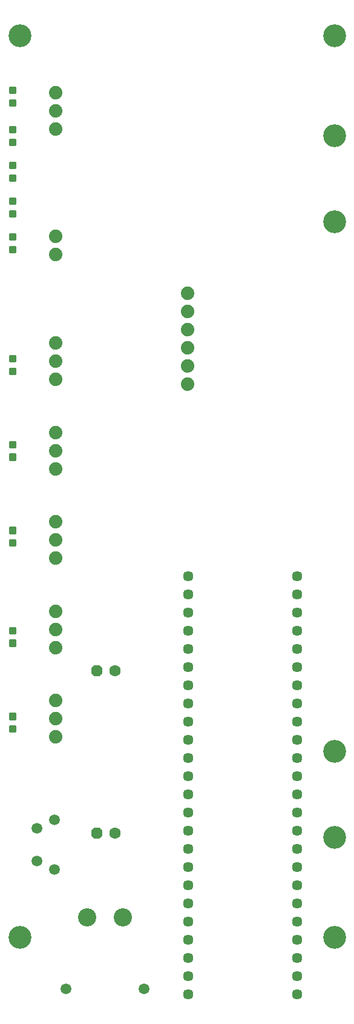
<source format=gbr>
G04 EAGLE Gerber RS-274X export*
G75*
%MOMM*%
%FSLAX34Y34*%
%LPD*%
%INSoldermask Bottom*%
%IPPOS*%
%AMOC8*
5,1,8,0,0,1.08239X$1,22.5*%
G01*
%ADD10C,3.200000*%
%ADD11C,1.447800*%
%ADD12C,1.879600*%
%ADD13C,2.550000*%
%ADD14C,1.500000*%
%ADD15P,1.732040X8X202.500000*%
%ADD16C,1.600200*%
%ADD17C,0.300000*%


D10*
X30000Y1380000D03*
X470000Y1380000D03*
X470000Y120000D03*
X30000Y120000D03*
X470000Y260000D03*
X470000Y380000D03*
X470000Y1240000D03*
X470000Y1120000D03*
D11*
X417800Y40400D03*
X417800Y65800D03*
X417800Y91200D03*
X417800Y116600D03*
X417800Y142000D03*
X417800Y167400D03*
X417800Y192800D03*
X417800Y218200D03*
X417800Y243600D03*
X417800Y269000D03*
X417800Y294400D03*
X417800Y319800D03*
X417800Y345200D03*
X417800Y370600D03*
X417800Y421400D03*
X417800Y446800D03*
X417800Y472200D03*
X417800Y497600D03*
X265400Y370600D03*
X265400Y345200D03*
X265400Y319800D03*
X265400Y294400D03*
X265400Y269000D03*
X265400Y243600D03*
X265400Y218200D03*
X265400Y192800D03*
X265400Y167400D03*
X265400Y142000D03*
X265400Y116600D03*
X265400Y91200D03*
X265400Y65800D03*
X265400Y40400D03*
X417800Y396000D03*
X265400Y497600D03*
X265400Y472200D03*
X265400Y446800D03*
X265400Y421400D03*
X265400Y396000D03*
X417800Y523000D03*
X417800Y548400D03*
X417800Y573800D03*
X417800Y599200D03*
X417800Y624600D03*
X265400Y624600D03*
X265400Y523000D03*
X265400Y548400D03*
X265400Y573800D03*
X265400Y599200D03*
D12*
X264600Y1020100D03*
X264600Y994700D03*
X264600Y969300D03*
X264600Y943900D03*
X264600Y918500D03*
X264600Y893100D03*
D13*
X174100Y148020D03*
X124100Y148020D03*
D14*
X94100Y48020D03*
X204100Y48020D03*
D15*
X137300Y493000D03*
D16*
X162700Y493000D03*
D15*
X137300Y265691D03*
D16*
X162700Y265691D03*
D14*
X53500Y272200D03*
X53500Y227200D03*
X78500Y284700D03*
X78500Y214700D03*
D12*
X80000Y1250000D03*
X80000Y1275400D03*
X80000Y1300800D03*
X80000Y1100000D03*
X80000Y1074600D03*
X80000Y900000D03*
X80000Y925400D03*
X80000Y950800D03*
X80000Y775000D03*
X80000Y800400D03*
X80000Y825800D03*
X80000Y650000D03*
X80000Y675400D03*
X80000Y700800D03*
X80000Y525000D03*
X80000Y550400D03*
X80000Y575800D03*
X80000Y400000D03*
X80000Y425400D03*
X80000Y450800D03*
D17*
X23500Y925270D02*
X16500Y925270D01*
X16500Y932270D01*
X23500Y932270D01*
X23500Y925270D01*
X23500Y928120D02*
X16500Y928120D01*
X16500Y930970D02*
X23500Y930970D01*
X23500Y907730D02*
X16500Y907730D01*
X16500Y914730D01*
X23500Y914730D01*
X23500Y907730D01*
X23500Y910580D02*
X16500Y910580D01*
X16500Y913430D02*
X23500Y913430D01*
X23500Y805270D02*
X16500Y805270D01*
X16500Y812270D01*
X23500Y812270D01*
X23500Y805270D01*
X23500Y808120D02*
X16500Y808120D01*
X16500Y810970D02*
X23500Y810970D01*
X23500Y787730D02*
X16500Y787730D01*
X16500Y794730D01*
X23500Y794730D01*
X23500Y787730D01*
X23500Y790580D02*
X16500Y790580D01*
X16500Y793430D02*
X23500Y793430D01*
X23500Y685270D02*
X16500Y685270D01*
X16500Y692270D01*
X23500Y692270D01*
X23500Y685270D01*
X23500Y688120D02*
X16500Y688120D01*
X16500Y690970D02*
X23500Y690970D01*
X23500Y667730D02*
X16500Y667730D01*
X16500Y674730D01*
X23500Y674730D01*
X23500Y667730D01*
X23500Y670580D02*
X16500Y670580D01*
X16500Y673430D02*
X23500Y673430D01*
X23500Y545270D02*
X16500Y545270D01*
X16500Y552270D01*
X23500Y552270D01*
X23500Y545270D01*
X23500Y548120D02*
X16500Y548120D01*
X16500Y550970D02*
X23500Y550970D01*
X23500Y527730D02*
X16500Y527730D01*
X16500Y534730D01*
X23500Y534730D01*
X23500Y527730D01*
X23500Y530580D02*
X16500Y530580D01*
X16500Y533430D02*
X23500Y533430D01*
X23500Y425270D02*
X16500Y425270D01*
X16500Y432270D01*
X23500Y432270D01*
X23500Y425270D01*
X23500Y428120D02*
X16500Y428120D01*
X16500Y430970D02*
X23500Y430970D01*
X23500Y407730D02*
X16500Y407730D01*
X16500Y414730D01*
X23500Y414730D01*
X23500Y407730D01*
X23500Y410580D02*
X16500Y410580D01*
X16500Y413430D02*
X23500Y413430D01*
X23500Y1095270D02*
X16500Y1095270D01*
X16500Y1102270D01*
X23500Y1102270D01*
X23500Y1095270D01*
X23500Y1098120D02*
X16500Y1098120D01*
X16500Y1100970D02*
X23500Y1100970D01*
X23500Y1077730D02*
X16500Y1077730D01*
X16500Y1084730D01*
X23500Y1084730D01*
X23500Y1077730D01*
X23500Y1080580D02*
X16500Y1080580D01*
X16500Y1083430D02*
X23500Y1083430D01*
X23500Y1145270D02*
X16500Y1145270D01*
X16500Y1152270D01*
X23500Y1152270D01*
X23500Y1145270D01*
X23500Y1148120D02*
X16500Y1148120D01*
X16500Y1150970D02*
X23500Y1150970D01*
X23500Y1127730D02*
X16500Y1127730D01*
X16500Y1134730D01*
X23500Y1134730D01*
X23500Y1127730D01*
X23500Y1130580D02*
X16500Y1130580D01*
X16500Y1133430D02*
X23500Y1133430D01*
X23500Y1195270D02*
X16500Y1195270D01*
X16500Y1202270D01*
X23500Y1202270D01*
X23500Y1195270D01*
X23500Y1198120D02*
X16500Y1198120D01*
X16500Y1200970D02*
X23500Y1200970D01*
X23500Y1177730D02*
X16500Y1177730D01*
X16500Y1184730D01*
X23500Y1184730D01*
X23500Y1177730D01*
X23500Y1180580D02*
X16500Y1180580D01*
X16500Y1183430D02*
X23500Y1183430D01*
X23500Y1245270D02*
X16500Y1245270D01*
X16500Y1252270D01*
X23500Y1252270D01*
X23500Y1245270D01*
X23500Y1248120D02*
X16500Y1248120D01*
X16500Y1250970D02*
X23500Y1250970D01*
X23500Y1227730D02*
X16500Y1227730D01*
X16500Y1234730D01*
X23500Y1234730D01*
X23500Y1227730D01*
X23500Y1230580D02*
X16500Y1230580D01*
X16500Y1233430D02*
X23500Y1233430D01*
X23500Y1300270D02*
X16500Y1300270D01*
X16500Y1307270D01*
X23500Y1307270D01*
X23500Y1300270D01*
X23500Y1303120D02*
X16500Y1303120D01*
X16500Y1305970D02*
X23500Y1305970D01*
X23500Y1282730D02*
X16500Y1282730D01*
X16500Y1289730D01*
X23500Y1289730D01*
X23500Y1282730D01*
X23500Y1285580D02*
X16500Y1285580D01*
X16500Y1288430D02*
X23500Y1288430D01*
M02*

</source>
